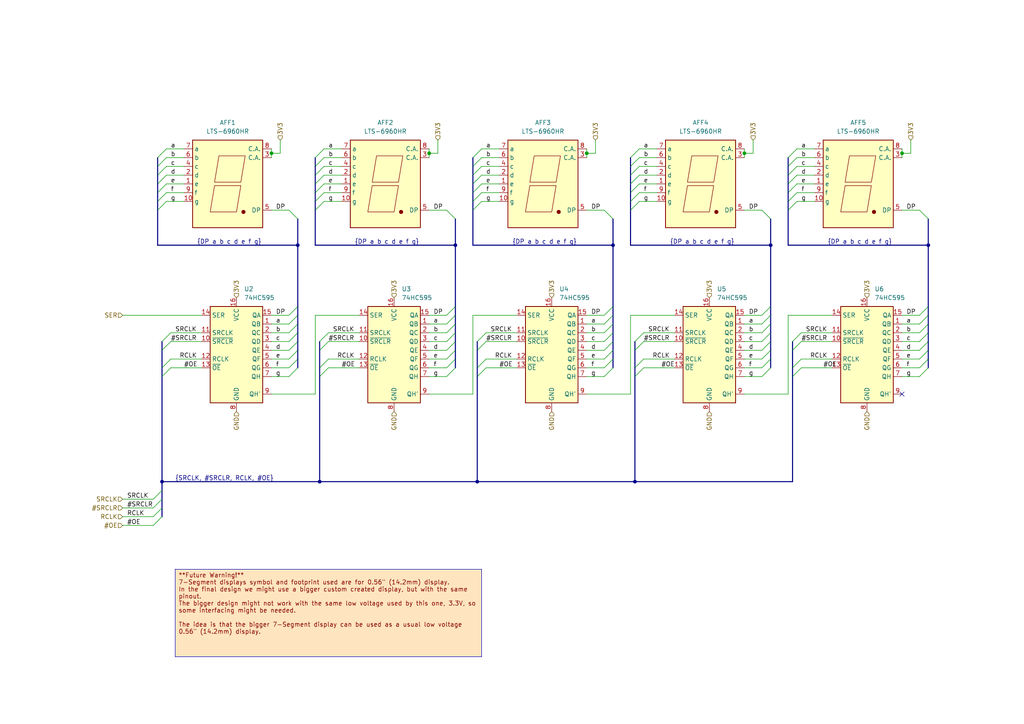
<source format=kicad_sch>
(kicad_sch (version 20231120) (generator "eeschema") (generator_version "8.0")
  (paper "A4")
  (title_block (title "Display") (date "2024-08-01") (rev "1.0") (company "Associació Cultural TGK"))
  (lib_symbols
    (symbol "74xx:74HC595"
      (property "Reference" "U" (at -7.62 13.97 0))
      (property "Value" "74HC595" (at -7.62 -16.51 0))
      (symbol "74HC595_1_0"
        (pin tri_state line (at 10.16 7.62 180) (length 2.54) (name "QB") (number "1"))
        (pin input line (at -10.16 2.54 0) (length 2.54) (name "~{SRCLR}") (number "10"))
        (pin input line (at -10.16 5.08 0) (length 2.54) (name "SRCLK") (number "11"))
        (pin input line (at -10.16 -2.54 0) (length 2.54) (name "RCLK") (number "12"))
        (pin input line (at -10.16 -5.08 0) (length 2.54) (name "~{OE}") (number "13"))
        (pin input line (at -10.16 10.16 0) (length 2.54) (name "SER") (number "14"))
        (pin tri_state line (at 10.16 10.16 180) (length 2.54) (name "QA") (number "15"))
        (pin power_in line (at 0 15.24 270) (length 2.54) (name "VCC") (number "16"))
        (pin tri_state line (at 10.16 5.08 180) (length 2.54) (name "QC") (number "2"))
        (pin tri_state line (at 10.16 2.54 180) (length 2.54) (name "QD") (number "3"))
        (pin tri_state line (at 10.16 0 180) (length 2.54) (name "QE") (number "4"))
        (pin tri_state line (at 10.16 -2.54 180) (length 2.54) (name "QF") (number "5"))
        (pin tri_state line (at 10.16 -5.08 180) (length 2.54) (name "QG") (number "6"))
        (pin tri_state line (at 10.16 -7.62 180) (length 2.54) (name "QH") (number "7"))
        (pin power_in line (at 0 -17.78 90) (length 2.54) (name "GND") (number "8"))
        (pin output line (at 10.16 -12.7 180) (length 2.54) (name "QH'") (number "9"))
      )
      (symbol "74HC595_1_1"
        (rectangle (start -7.62 12.7) (end 7.62 -15.24) (stroke (width 0.254)) (fill (type background)))
      )
    )
    (symbol "Display_Character:LTS-6960HR"
      (property "Reference" "AFF" (at -7.874 13.97 0))
      (property "Value" "LTS-6960HR" (at -2.032 13.97 0))
      (symbol "LTS-6960HR_0_1"
        (rectangle (start -10.16 12.7) (end 10.16 -12.7) (stroke (width 0.254)) (fill (type background)))
        (polyline (pts (xy -3.81 -0.508) (xy 3.81 -0.508) (xy 2.54 -8.128) (xy -5.08 -8.128) (xy -3.81 -0.508) (xy -3.81 -0.508)))
        (polyline (pts (xy -2.54 8.128) (xy 5.08 8.128) (xy 3.81 0.508) (xy -3.81 0.508) (xy -2.54 8.128) (xy -2.54 8.128)))
        (circle (center 4.572 -8.128) (radius 0.508) (fill (type outline)))
      )
      (symbol "LTS-6960HR_1_1"
        (pin passive line (at -12.7 0 0) (length 2.54) (name "e") (number "1"))
        (pin passive line (at -12.7 -5.08 0) (length 2.54) (name "g") (number "10"))
        (pin passive line (at -12.7 2.54 0) (length 2.54) (name "d") (number "2"))
        (pin passive line (at 12.7 7.62 180) (length 2.54) (name "C.A.") (number "3"))
        (pin passive line (at -12.7 5.08 0) (length 2.54) (name "c") (number "4"))
        (pin passive line (at 12.7 -7.62 180) (length 2.54) (name "DP") (number "5"))
        (pin passive line (at -12.7 7.62 0) (length 2.54) (name "b") (number "6"))
        (pin passive line (at -12.7 10.16 0) (length 2.54) (name "a") (number "7"))
        (pin passive line (at 12.7 10.16 180) (length 2.54) (name "C.A.") (number "8"))
        (pin passive line (at -12.7 -2.54 0) (length 2.54) (name "f") (number "9"))
      )
    )
  )
  (junction (at 138.43 139.7))
  (junction (at 86.36 71.12))
  (junction (at 177.8 71.12))
  (junction (at 124.46 44.45))
  (junction (at 132.08 71.12))
  (junction (at 92.71 139.7))
  (junction (at 261.62 44.45))
  (junction (at 184.15 139.7))
  (junction (at 46.99 139.7))
  (junction (at 269.24 71.12))
  (junction (at 170.18 44.45))
  (junction (at 78.74 44.45))
  (junction (at 223.52 71.12))
  (junction (at 215.9 44.45))
  (no_connect (at 261.62 114.3))
  (bus_entry (at 228.6 53.34) (size 2.54 -2.54))
  (bus_entry (at 175.26 106.68) (size 2.54 -2.54))
  (bus_entry (at 229.87 106.68) (size 2.54 -2.54))
  (bus_entry (at 184.15 109.22) (size 2.54 -2.54))
  (bus_entry (at 223.52 63.5) (size -2.54 -2.54))
  (bus_entry (at 92.71 109.22) (size 2.54 -2.54))
  (bus_entry (at 228.6 45.72) (size 2.54 -2.54))
  (bus_entry (at 220.98 104.14) (size 2.54 -2.54))
  (bus_entry (at 184.15 101.6) (size 2.54 -2.54))
  (bus_entry (at 83.82 93.98) (size 2.54 -2.54))
  (bus_entry (at 220.98 109.22) (size 2.54 -2.54))
  (bus_entry (at 175.26 93.98) (size 2.54 -2.54))
  (bus_entry (at 175.26 109.22) (size 2.54 -2.54))
  (bus_entry (at 129.54 93.98) (size 2.54 -2.54))
  (bus_entry (at 132.08 63.5) (size -2.54 -2.54))
  (bus_entry (at 220.98 93.98) (size 2.54 -2.54))
  (bus_entry (at 228.6 48.26) (size 2.54 -2.54))
  (bus_entry (at 83.82 99.06) (size 2.54 -2.54))
  (bus_entry (at 91.44 60.96) (size 2.54 -2.54))
  (bus_entry (at 138.43 109.22) (size 2.54 -2.54))
  (bus_entry (at 137.16 45.72) (size 2.54 -2.54))
  (bus_entry (at 182.88 48.26) (size 2.54 -2.54))
  (bus_entry (at 83.82 101.6) (size 2.54 -2.54))
  (bus_entry (at 182.88 55.88) (size 2.54 -2.54))
  (bus_entry (at 138.43 101.6) (size 2.54 -2.54))
  (bus_entry (at 182.88 45.72) (size 2.54 -2.54))
  (bus_entry (at 137.16 50.8) (size 2.54 -2.54))
  (bus_entry (at 220.98 99.06) (size 2.54 -2.54))
  (bus_entry (at 228.6 55.88) (size 2.54 -2.54))
  (bus_entry (at 138.43 99.06) (size 2.54 -2.54))
  (bus_entry (at 220.98 106.68) (size 2.54 -2.54))
  (bus_entry (at 175.26 99.06) (size 2.54 -2.54))
  (bus_entry (at 182.88 58.42) (size 2.54 -2.54))
  (bus_entry (at 45.72 58.42) (size 2.54 -2.54))
  (bus_entry (at 266.7 93.98) (size 2.54 -2.54))
  (bus_entry (at 266.7 99.06) (size 2.54 -2.54))
  (bus_entry (at 44.45 149.86) (size 2.54 -2.54))
  (bus_entry (at 129.54 104.14) (size 2.54 -2.54))
  (bus_entry (at 266.7 106.68) (size 2.54 -2.54))
  (bus_entry (at 45.72 55.88) (size 2.54 -2.54))
  (bus_entry (at 46.99 106.68) (size 2.54 -2.54))
  (bus_entry (at 44.45 147.32) (size 2.54 -2.54))
  (bus_entry (at 137.16 48.26) (size 2.54 -2.54))
  (bus_entry (at 91.44 48.26) (size 2.54 -2.54))
  (bus_entry (at 269.24 63.5) (size -2.54 -2.54))
  (bus_entry (at 228.6 58.42) (size 2.54 -2.54))
  (bus_entry (at 184.15 106.68) (size 2.54 -2.54))
  (bus_entry (at 83.82 109.22) (size 2.54 -2.54))
  (bus_entry (at 91.44 58.42) (size 2.54 -2.54))
  (bus_entry (at 137.16 55.88) (size 2.54 -2.54))
  (bus_entry (at 137.16 53.34) (size 2.54 -2.54))
  (bus_entry (at 45.72 50.8) (size 2.54 -2.54))
  (bus_entry (at 229.87 101.6) (size 2.54 -2.54))
  (bus_entry (at 44.45 152.4) (size 2.54 -2.54))
  (bus_entry (at 266.7 91.44) (size 2.54 -2.54))
  (bus_entry (at 83.82 106.68) (size 2.54 -2.54))
  (bus_entry (at 45.72 45.72) (size 2.54 -2.54))
  (bus_entry (at 175.26 96.52) (size 2.54 -2.54))
  (bus_entry (at 86.36 63.5) (size -2.54 -2.54))
  (bus_entry (at 83.82 91.44) (size 2.54 -2.54))
  (bus_entry (at 91.44 53.34) (size 2.54 -2.54))
  (bus_entry (at 91.44 55.88) (size 2.54 -2.54))
  (bus_entry (at 182.88 53.34) (size 2.54 -2.54))
  (bus_entry (at 44.45 144.78) (size 2.54 -2.54))
  (bus_entry (at 92.71 99.06) (size 2.54 -2.54))
  (bus_entry (at 229.87 109.22) (size 2.54 -2.54))
  (bus_entry (at 46.99 99.06) (size 2.54 -2.54))
  (bus_entry (at 228.6 50.8) (size 2.54 -2.54))
  (bus_entry (at 220.98 91.44) (size 2.54 -2.54))
  (bus_entry (at 45.72 60.96) (size 2.54 -2.54))
  (bus_entry (at 91.44 50.8) (size 2.54 -2.54))
  (bus_entry (at 91.44 45.72) (size 2.54 -2.54))
  (bus_entry (at 92.71 101.6) (size 2.54 -2.54))
  (bus_entry (at 220.98 101.6) (size 2.54 -2.54))
  (bus_entry (at 184.15 99.06) (size 2.54 -2.54))
  (bus_entry (at 45.72 53.34) (size 2.54 -2.54))
  (bus_entry (at 129.54 106.68) (size 2.54 -2.54))
  (bus_entry (at 175.26 91.44) (size 2.54 -2.54))
  (bus_entry (at 266.7 101.6) (size 2.54 -2.54))
  (bus_entry (at 83.82 96.52) (size 2.54 -2.54))
  (bus_entry (at 229.87 99.06) (size 2.54 -2.54))
  (bus_entry (at 129.54 96.52) (size 2.54 -2.54))
  (bus_entry (at 175.26 104.14) (size 2.54 -2.54))
  (bus_entry (at 228.6 60.96) (size 2.54 -2.54))
  (bus_entry (at 177.8 63.5) (size -2.54 -2.54))
  (bus_entry (at 129.54 91.44) (size 2.54 -2.54))
  (bus_entry (at 266.7 109.22) (size 2.54 -2.54))
  (bus_entry (at 182.88 60.96) (size 2.54 -2.54))
  (bus_entry (at 182.88 50.8) (size 2.54 -2.54))
  (bus_entry (at 46.99 109.22) (size 2.54 -2.54))
  (bus_entry (at 129.54 101.6) (size 2.54 -2.54))
  (bus_entry (at 137.16 58.42) (size 2.54 -2.54))
  (bus_entry (at 266.7 104.14) (size 2.54 -2.54))
  (bus_entry (at 138.43 106.68) (size 2.54 -2.54))
  (bus_entry (at 46.99 101.6) (size 2.54 -2.54))
  (bus_entry (at 220.98 96.52) (size 2.54 -2.54))
  (bus_entry (at 129.54 99.06) (size 2.54 -2.54))
  (bus_entry (at 83.82 104.14) (size 2.54 -2.54))
  (bus_entry (at 45.72 48.26) (size 2.54 -2.54))
  (bus_entry (at 137.16 60.96) (size 2.54 -2.54))
  (bus_entry (at 266.7 96.52) (size 2.54 -2.54))
  (bus_entry (at 129.54 109.22) (size 2.54 -2.54))
  (bus_entry (at 92.71 106.68) (size 2.54 -2.54))
  (bus_entry (at 175.26 101.6) (size 2.54 -2.54))
  (wire (pts (xy 99.06 43.18) (xy 93.98 43.18)))
  (wire (pts (xy 266.7 91.44) (xy 261.62 91.44)))
  (wire (pts (xy 215.9 43.18) (xy 215.9 44.45)))
  (wire (pts (xy 266.7 93.98) (xy 261.62 93.98)))
  (wire (pts (xy 49.53 96.52) (xy 58.42 96.52)))
  (wire (pts (xy 190.5 43.18) (xy 185.42 43.18)))
  (bus (pts (xy 184.15 109.22) (xy 184.15 139.7)))
  (wire (pts (xy 53.34 53.34) (xy 48.26 53.34)))
  (bus (pts (xy 137.16 50.8) (xy 137.16 53.34)))
  (wire (pts (xy 78.74 106.68) (xy 83.82 106.68)))
  (wire (pts (xy 83.82 104.14) (xy 78.74 104.14)))
  (wire (pts (xy 129.54 104.14) (xy 124.46 104.14)))
  (wire (pts (xy 139.7 50.8) (xy 144.78 50.8)))
  (bus (pts (xy 177.8 104.14) (xy 177.8 106.68)))
  (wire (pts (xy 78.74 101.6) (xy 83.82 101.6)))
  (wire (pts (xy 124.46 101.6) (xy 129.54 101.6)))
  (wire (pts (xy 185.42 45.72) (xy 190.5 45.72)))
  (wire (pts (xy 231.14 50.8) (xy 236.22 50.8)))
  (wire (pts (xy 231.14 45.72) (xy 236.22 45.72)))
  (wire (pts (xy 137.16 114.3) (xy 137.16 91.44)))
  (bus (pts (xy 46.99 139.7) (xy 92.71 139.7)))
  (wire (pts (xy 124.46 44.45) (xy 124.46 45.72)))
  (wire (pts (xy 232.41 96.52) (xy 241.3 96.52)))
  (bus (pts (xy 223.52 99.06) (xy 223.52 101.6)))
  (wire (pts (xy 35.56 152.4) (xy 44.45 152.4)))
  (wire (pts (xy 215.9 44.45) (xy 215.9 45.72)))
  (wire (pts (xy 228.6 114.3) (xy 228.6 91.44)))
  (wire (pts (xy 236.22 58.42) (xy 231.14 58.42)))
  (wire (pts (xy 48.26 50.8) (xy 53.34 50.8)))
  (bus (pts (xy 137.16 71.12) (xy 177.8 71.12)))
  (wire (pts (xy 144.78 48.26) (xy 139.7 48.26)))
  (bus (pts (xy 92.71 109.22) (xy 92.71 139.7)))
  (wire (pts (xy 95.25 99.06) (xy 104.14 99.06)))
  (wire (pts (xy 215.9 96.52) (xy 220.98 96.52)))
  (wire (pts (xy 83.82 99.06) (xy 78.74 99.06)))
  (bus (pts (xy 132.08 101.6) (xy 132.08 104.14)))
  (wire (pts (xy 137.16 91.44) (xy 149.86 91.44)))
  (bus (pts (xy 177.8 96.52) (xy 177.8 99.06)))
  (bus (pts (xy 92.71 106.68) (xy 92.71 109.22)))
  (bus (pts (xy 138.43 99.06) (xy 138.43 101.6)))
  (wire (pts (xy 215.9 101.6) (xy 220.98 101.6)))
  (bus (pts (xy 45.72 53.34) (xy 45.72 55.88)))
  (wire (pts (xy 170.18 44.45) (xy 172.72 44.45)))
  (bus (pts (xy 132.08 93.98) (xy 132.08 96.52)))
  (bus (pts (xy 269.24 63.5) (xy 269.24 71.12)))
  (bus (pts (xy 182.88 45.72) (xy 182.88 48.26)))
  (wire (pts (xy 91.44 114.3) (xy 91.44 91.44)))
  (bus (pts (xy 137.16 45.72) (xy 137.16 48.26)))
  (wire (pts (xy 264.16 40.64) (xy 264.16 44.45)))
  (bus (pts (xy 45.72 60.96) (xy 45.72 71.12)))
  (wire (pts (xy 170.18 60.96) (xy 175.26 60.96)))
  (bus (pts (xy 46.99 142.24) (xy 46.99 144.78)))
  (bus (pts (xy 228.6 50.8) (xy 228.6 53.34)))
  (bus (pts (xy 86.36 99.06) (xy 86.36 101.6)))
  (wire (pts (xy 99.06 48.26) (xy 93.98 48.26)))
  (wire (pts (xy 124.46 44.45) (xy 127 44.45)))
  (bus (pts (xy 132.08 99.06) (xy 132.08 101.6)))
  (bus (pts (xy 45.72 45.72) (xy 45.72 48.26)))
  (wire (pts (xy 175.26 104.14) (xy 170.18 104.14)))
  (bus (pts (xy 177.8 63.5) (xy 177.8 71.12)))
  (wire (pts (xy 215.9 60.96) (xy 220.98 60.96)))
  (wire (pts (xy 129.54 99.06) (xy 124.46 99.06)))
  (wire (pts (xy 144.78 53.34) (xy 139.7 53.34)))
  (bus (pts (xy 86.36 91.44) (xy 86.36 93.98)))
  (wire (pts (xy 190.5 53.34) (xy 185.42 53.34)))
  (wire (pts (xy 175.26 93.98) (xy 170.18 93.98)))
  (wire (pts (xy 99.06 58.42) (xy 93.98 58.42)))
  (wire (pts (xy 190.5 58.42) (xy 185.42 58.42)))
  (wire (pts (xy 48.26 45.72) (xy 53.34 45.72)))
  (wire (pts (xy 170.18 43.18) (xy 170.18 44.45)))
  (bus (pts (xy 223.52 101.6) (xy 223.52 104.14)))
  (bus (pts (xy 269.24 101.6) (xy 269.24 104.14)))
  (bus (pts (xy 91.44 50.8) (xy 91.44 53.34)))
  (bus (pts (xy 229.87 99.06) (xy 229.87 101.6)))
  (bus (pts (xy 132.08 63.5) (xy 132.08 71.12)))
  (wire (pts (xy 91.44 91.44) (xy 104.14 91.44)))
  (wire (pts (xy 215.9 44.45) (xy 218.44 44.45)))
  (wire (pts (xy 124.46 43.18) (xy 124.46 44.45)))
  (wire (pts (xy 220.98 109.22) (xy 215.9 109.22)))
  (bus (pts (xy 132.08 104.14) (xy 132.08 106.68)))
  (wire (pts (xy 78.74 44.45) (xy 78.74 45.72)))
  (wire (pts (xy 175.26 99.06) (xy 170.18 99.06)))
  (wire (pts (xy 261.62 60.96) (xy 266.7 60.96)))
  (wire (pts (xy 35.56 91.44) (xy 58.42 91.44)))
  (bus (pts (xy 86.36 88.9) (xy 86.36 91.44)))
  (wire (pts (xy 170.18 114.3) (xy 182.88 114.3)))
  (bus (pts (xy 223.52 88.9) (xy 223.52 91.44)))
  (bus (pts (xy 177.8 101.6) (xy 177.8 104.14)))
  (bus (pts (xy 86.36 101.6) (xy 86.36 104.14)))
  (bus (pts (xy 223.52 91.44) (xy 223.52 93.98)))
  (bus (pts (xy 269.24 91.44) (xy 269.24 93.98)))
  (wire (pts (xy 129.54 91.44) (xy 124.46 91.44)))
  (wire (pts (xy 99.06 53.34) (xy 93.98 53.34)))
  (bus (pts (xy 138.43 109.22) (xy 138.43 139.7)))
  (wire (pts (xy 215.9 106.68) (xy 220.98 106.68)))
  (wire (pts (xy 175.26 91.44) (xy 170.18 91.44)))
  (bus (pts (xy 137.16 48.26) (xy 137.16 50.8)))
  (wire (pts (xy 53.34 58.42) (xy 48.26 58.42)))
  (bus (pts (xy 182.88 48.26) (xy 182.88 50.8)))
  (wire (pts (xy 170.18 106.68) (xy 175.26 106.68)))
  (wire (pts (xy 93.98 45.72) (xy 99.06 45.72)))
  (wire (pts (xy 232.41 104.14) (xy 241.3 104.14)))
  (wire (pts (xy 182.88 114.3) (xy 182.88 91.44)))
  (wire (pts (xy 124.46 96.52) (xy 129.54 96.52)))
  (wire (pts (xy 95.25 96.52) (xy 104.14 96.52)))
  (bus (pts (xy 177.8 93.98) (xy 177.8 96.52)))
  (bus (pts (xy 182.88 60.96) (xy 182.88 71.12)))
  (bus (pts (xy 182.88 58.42) (xy 182.88 60.96)))
  (bus (pts (xy 228.6 53.34) (xy 228.6 55.88)))
  (bus (pts (xy 177.8 71.12) (xy 177.8 88.9)))
  (wire (pts (xy 182.88 91.44) (xy 195.58 91.44)))
  (bus (pts (xy 229.87 109.22) (xy 229.87 139.7)))
  (wire (pts (xy 140.97 106.68) (xy 149.86 106.68)))
  (wire (pts (xy 185.42 55.88) (xy 190.5 55.88)))
  (bus (pts (xy 269.24 93.98) (xy 269.24 96.52)))
  (bus (pts (xy 91.44 45.72) (xy 91.44 48.26)))
  (bus (pts (xy 184.15 106.68) (xy 184.15 109.22)))
  (bus (pts (xy 45.72 58.42) (xy 45.72 60.96)))
  (bus (pts (xy 137.16 60.96) (xy 137.16 71.12)))
  (wire (pts (xy 261.62 43.18) (xy 261.62 44.45)))
  (bus (pts (xy 91.44 53.34) (xy 91.44 55.88)))
  (bus (pts (xy 46.99 147.32) (xy 46.99 149.86)))
  (wire (pts (xy 83.82 91.44) (xy 78.74 91.44)))
  (wire (pts (xy 170.18 96.52) (xy 175.26 96.52)))
  (wire (pts (xy 140.97 104.14) (xy 149.86 104.14)))
  (wire (pts (xy 49.53 99.06) (xy 58.42 99.06)))
  (bus (pts (xy 182.88 50.8) (xy 182.88 53.34)))
  (bus (pts (xy 228.6 45.72) (xy 228.6 48.26)))
  (wire (pts (xy 78.74 114.3) (xy 91.44 114.3)))
  (bus (pts (xy 228.6 55.88) (xy 228.6 58.42)))
  (bus (pts (xy 269.24 99.06) (xy 269.24 101.6)))
  (wire (pts (xy 190.5 48.26) (xy 185.42 48.26)))
  (wire (pts (xy 186.69 106.68) (xy 195.58 106.68)))
  (bus (pts (xy 45.72 55.88) (xy 45.72 58.42)))
  (wire (pts (xy 127 40.64) (xy 127 44.45)))
  (wire (pts (xy 140.97 96.52) (xy 149.86 96.52)))
  (wire (pts (xy 220.98 104.14) (xy 215.9 104.14)))
  (bus (pts (xy 182.88 71.12) (xy 223.52 71.12)))
  (bus (pts (xy 91.44 58.42) (xy 91.44 60.96)))
  (wire (pts (xy 49.53 106.68) (xy 58.42 106.68)))
  (wire (pts (xy 236.22 48.26) (xy 231.14 48.26)))
  (bus (pts (xy 91.44 48.26) (xy 91.44 50.8)))
  (wire (pts (xy 185.42 50.8) (xy 190.5 50.8)))
  (bus (pts (xy 46.99 99.06) (xy 46.99 101.6)))
  (bus (pts (xy 137.16 55.88) (xy 137.16 58.42)))
  (bus (pts (xy 228.6 60.96) (xy 228.6 71.12)))
  (bus (pts (xy 45.72 71.12) (xy 86.36 71.12)))
  (bus (pts (xy 86.36 93.98) (xy 86.36 96.52)))
  (bus (pts (xy 92.71 101.6) (xy 92.71 106.68)))
  (bus (pts (xy 86.36 63.5) (xy 86.36 71.12)))
  (wire (pts (xy 266.7 109.22) (xy 261.62 109.22)))
  (bus (pts (xy 91.44 55.88) (xy 91.44 58.42)))
  (wire (pts (xy 228.6 91.44) (xy 241.3 91.44)))
  (bus (pts (xy 228.6 58.42) (xy 228.6 60.96)))
  (bus (pts (xy 92.71 139.7) (xy 138.43 139.7)))
  (wire (pts (xy 81.28 40.64) (xy 81.28 44.45)))
  (wire (pts (xy 266.7 104.14) (xy 261.62 104.14)))
  (wire (pts (xy 93.98 55.88) (xy 99.06 55.88)))
  (wire (pts (xy 266.7 99.06) (xy 261.62 99.06)))
  (wire (pts (xy 261.62 106.68) (xy 266.7 106.68)))
  (bus (pts (xy 184.15 101.6) (xy 184.15 106.68)))
  (wire (pts (xy 78.74 60.96) (xy 83.82 60.96)))
  (wire (pts (xy 53.34 43.18) (xy 48.26 43.18)))
  (bus (pts (xy 269.24 88.9) (xy 269.24 91.44)))
  (wire (pts (xy 170.18 44.45) (xy 170.18 45.72)))
  (bus (pts (xy 138.43 139.7) (xy 184.15 139.7)))
  (wire (pts (xy 231.14 55.88) (xy 236.22 55.88)))
  (wire (pts (xy 83.82 109.22) (xy 78.74 109.22)))
  (wire (pts (xy 232.41 99.06) (xy 241.3 99.06)))
  (wire (pts (xy 139.7 55.88) (xy 144.78 55.88)))
  (bus (pts (xy 223.52 96.52) (xy 223.52 99.06)))
  (wire (pts (xy 35.56 149.86) (xy 44.45 149.86)))
  (bus (pts (xy 229.87 101.6) (xy 229.87 106.68)))
  (bus (pts (xy 132.08 71.12) (xy 132.08 88.9)))
  (bus (pts (xy 46.99 144.78) (xy 46.99 147.32)))
  (bus (pts (xy 269.24 71.12) (xy 269.24 88.9)))
  (wire (pts (xy 220.98 93.98) (xy 215.9 93.98)))
  (wire (pts (xy 144.78 58.42) (xy 139.7 58.42)))
  (bus (pts (xy 177.8 99.06) (xy 177.8 101.6)))
  (bus (pts (xy 223.52 63.5) (xy 223.52 71.12)))
  (wire (pts (xy 78.74 96.52) (xy 83.82 96.52)))
  (bus (pts (xy 86.36 96.52) (xy 86.36 99.06)))
  (bus (pts (xy 45.72 48.26) (xy 45.72 50.8)))
  (bus (pts (xy 86.36 104.14) (xy 86.36 106.68)))
  (wire (pts (xy 78.74 44.45) (xy 81.28 44.45)))
  (bus (pts (xy 223.52 71.12) (xy 223.52 88.9)))
  (wire (pts (xy 129.54 93.98) (xy 124.46 93.98)))
  (bus (pts (xy 137.16 58.42) (xy 137.16 60.96)))
  (bus (pts (xy 223.52 93.98) (xy 223.52 96.52)))
  (wire (pts (xy 232.41 106.68) (xy 241.3 106.68)))
  (wire (pts (xy 140.97 99.06) (xy 149.86 99.06)))
  (wire (pts (xy 186.69 104.14) (xy 195.58 104.14)))
  (wire (pts (xy 83.82 93.98) (xy 78.74 93.98)))
  (wire (pts (xy 49.53 104.14) (xy 58.42 104.14)))
  (bus (pts (xy 46.99 139.7) (xy 46.99 142.24)))
  (bus (pts (xy 228.6 71.12) (xy 269.24 71.12)))
  (bus (pts (xy 269.24 104.14) (xy 269.24 106.68)))
  (bus (pts (xy 46.99 101.6) (xy 46.99 106.68)))
  (wire (pts (xy 172.72 40.64) (xy 172.72 44.45)))
  (wire (pts (xy 53.34 48.26) (xy 48.26 48.26)))
  (wire (pts (xy 261.62 101.6) (xy 266.7 101.6)))
  (bus (pts (xy 86.36 71.12) (xy 86.36 88.9)))
  (bus (pts (xy 184.15 99.06) (xy 184.15 101.6)))
  (wire (pts (xy 218.44 40.64) (xy 218.44 44.45)))
  (wire (pts (xy 175.26 109.22) (xy 170.18 109.22)))
  (bus (pts (xy 177.8 88.9) (xy 177.8 91.44)))
  (wire (pts (xy 78.74 43.18) (xy 78.74 44.45)))
  (wire (pts (xy 35.56 147.32) (xy 44.45 147.32)))
  (bus (pts (xy 228.6 48.26) (xy 228.6 50.8)))
  (bus (pts (xy 91.44 71.12) (xy 132.08 71.12)))
  (wire (pts (xy 220.98 91.44) (xy 215.9 91.44)))
  (wire (pts (xy 124.46 106.68) (xy 129.54 106.68)))
  (wire (pts (xy 170.18 101.6) (xy 175.26 101.6)))
  (bus (pts (xy 46.99 106.68) (xy 46.99 109.22)))
  (wire (pts (xy 35.56 144.78) (xy 44.45 144.78)))
  (wire (pts (xy 95.25 104.14) (xy 104.14 104.14)))
  (bus (pts (xy 229.87 106.68) (xy 229.87 109.22)))
  (bus (pts (xy 182.88 55.88) (xy 182.88 58.42)))
  (bus (pts (xy 269.24 96.52) (xy 269.24 99.06)))
  (bus (pts (xy 184.15 139.7) (xy 229.87 139.7)))
  (wire (pts (xy 48.26 55.88) (xy 53.34 55.88)))
  (wire (pts (xy 139.7 45.72) (xy 144.78 45.72)))
  (wire (pts (xy 261.62 96.52) (xy 266.7 96.52)))
  (wire (pts (xy 95.25 106.68) (xy 104.14 106.68)))
  (bus (pts (xy 91.44 60.96) (xy 91.44 71.12)))
  (bus (pts (xy 182.88 53.34) (xy 182.88 55.88)))
  (wire (pts (xy 93.98 50.8) (xy 99.06 50.8)))
  (bus (pts (xy 92.71 99.06) (xy 92.71 101.6)))
  (bus (pts (xy 177.8 91.44) (xy 177.8 93.98)))
  (bus (pts (xy 132.08 96.52) (xy 132.08 99.06)))
  (wire (pts (xy 215.9 114.3) (xy 228.6 114.3)))
  (wire (pts (xy 144.78 43.18) (xy 139.7 43.18)))
  (wire (pts (xy 124.46 114.3) (xy 137.16 114.3)))
  (wire (pts (xy 236.22 53.34) (xy 231.14 53.34)))
  (bus (pts (xy 132.08 88.9) (xy 132.08 91.44)))
  (bus (pts (xy 138.43 101.6) (xy 138.43 106.68)))
  (wire (pts (xy 186.69 96.52) (xy 195.58 96.52)))
  (wire (pts (xy 186.69 99.06) (xy 195.58 99.06)))
  (bus (pts (xy 223.52 104.14) (xy 223.52 106.68)))
  (bus (pts (xy 137.16 53.34) (xy 137.16 55.88)))
  (wire (pts (xy 236.22 43.18) (xy 231.14 43.18)))
  (bus (pts (xy 138.43 106.68) (xy 138.43 109.22)))
  (wire (pts (xy 261.62 44.45) (xy 261.62 45.72)))
  (wire (pts (xy 124.46 60.96) (xy 129.54 60.96)))
  (wire (pts (xy 220.98 99.06) (xy 215.9 99.06)))
  (wire (pts (xy 261.62 44.45) (xy 264.16 44.45)))
  (bus (pts (xy 46.99 109.22) (xy 46.99 139.7)))
  (wire (pts (xy 129.54 109.22) (xy 124.46 109.22)))
  (bus (pts (xy 132.08 91.44) (xy 132.08 93.98)))
  (bus (pts (xy 45.72 50.8) (xy 45.72 53.34)))
  (text_box "**Future Warning!**\n7-Segment displays symbol and footprint used are for 0.56\" (14.2mm) display.\nIn the final design we might use a bigger custom created display, but with the same pinout.\nThe bigger design might not work with the same low voltage used by this one, 3.3V, so some interfacing might be needed.\n\nThe idea is that the bigger 7-Segment display can be used as a usual low voltage 0.56\" (14.2mm) display." (at 50.8 165.1 0) (size 88.9 25.4) (fill (type color) (color 255 229 191 1)) (effects (font (size 1.27 1.27)) (justify left top)))
  (label "a" (at 262.89 93.98 0))
  (label "#SRCLR" (at 140.97 99.06 0))
  (label "g" (at 262.89 109.22 0))
  (label "b" (at 125.73 96.52 0))
  (label "DP" (at 80.01 60.96 0))
  (label "g" (at 95.25 58.42 0))
  (label "DP" (at 171.45 91.44 0))
  (label "#SRCLR" (at 95.25 99.06 0))
  (label "{DP a b c d e f g}" (at 194.31 71.12 0))
  (label "f" (at 80.01 106.68 0))
  (label "c" (at 262.89 99.06 0))
  (label "f" (at 49.53 55.88 0))
  (label "g" (at 232.41 58.42 0))
  (label "b" (at 217.17 96.52 0))
  (label "c" (at 217.17 99.06 0))
  (label "g" (at 140.97 58.42 0))
  (label "a" (at 125.73 93.98 0))
  (label "a" (at 80.01 93.98 0))
  (label "e" (at 262.89 104.14 0))
  (label "SRCLK" (at 233.68 96.52 0))
  (label "g" (at 186.69 58.42 0))
  (label "b" (at 80.01 96.52 0))
  (label "e" (at 171.45 104.14 0))
  (label "g" (at 49.53 58.42 0))
  (label "#SRCLR" (at 36.83 147.32 0))
  (label "SRCLK" (at 142.24 96.52 0))
  (label "e" (at 217.17 104.14 0))
  (label "b" (at 186.69 45.72 0))
  (label "b" (at 49.53 45.72 0))
  (label "f" (at 262.89 106.68 0))
  (label "d" (at 262.89 101.6 0))
  (label "{DP a b c d e f g}" (at 57.15 71.12 0))
  (label "f" (at 140.97 55.88 0))
  (label "a" (at 171.45 93.98 0))
  (label "DP" (at 125.73 60.96 0))
  (label "g" (at 171.45 109.22 0))
  (label "b" (at 95.25 45.72 0))
  (label "SRCLK" (at 36.83 144.78 0))
  (label "RCLK" (at 234.95 104.14 0))
  (label "f" (at 125.73 106.68 0))
  (label "d" (at 95.25 50.8 0))
  (label "e" (at 232.41 53.34 0))
  (label "c" (at 232.41 48.26 0))
  (label "DP" (at 217.17 91.44 0))
  (label "d" (at 217.17 101.6 0))
  (label "c" (at 95.25 48.26 0))
  (label "SRCLK" (at 96.52 96.52 0))
  (label "#SRCLR" (at 232.41 99.06 0))
  (label "#OE" (at 144.78 106.68 0))
  (label "RCLK" (at 36.83 149.86 0))
  (label "{DP a b c d e f g}" (at 240.03 71.12 0))
  (label "#SRCLR" (at 49.53 99.06 0))
  (label "#OE" (at 99.06 106.68 0))
  (label "d" (at 80.01 101.6 0))
  (label "g" (at 80.01 109.22 0))
  (label "a" (at 232.41 43.18 0))
  (label "DP" (at 217.17 60.96 0))
  (label "b" (at 262.89 96.52 0))
  (label "RCLK" (at 52.07 104.14 0))
  (label "e" (at 80.01 104.14 0))
  (label "#OE" (at 53.34 106.68 0))
  (label "{SRCLK, #SRCLR, RCLK, #OE}" (at 50.8 139.7 0))
  (label "RCLK" (at 97.79 104.14 0))
  (label "d" (at 49.53 50.8 0))
  (label "a" (at 140.97 43.18 0))
  (label "{DP a b c d e f g}" (at 148.59 71.12 0))
  (label "g" (at 125.73 109.22 0))
  (label "d" (at 125.73 101.6 0))
  (label "f" (at 232.41 55.88 0))
  (label "#OE" (at 191.77 106.68 0))
  (label "e" (at 140.97 53.34 0))
  (label "DP" (at 171.45 60.96 0))
  (label "DP" (at 80.01 91.44 0))
  (label "c" (at 80.01 99.06 0))
  (label "a" (at 49.53 43.18 0))
  (label "e" (at 125.73 104.14 0))
  (label "e" (at 49.53 53.34 0))
  (label "f" (at 171.45 106.68 0))
  (label "SRCLK" (at 50.8 96.52 0))
  (label "#SRCLR" (at 186.69 99.06 0))
  (label "a" (at 186.69 43.18 0))
  (label "e" (at 95.25 53.34 0))
  (label "c" (at 186.69 48.26 0))
  (label "#OE" (at 238.76 106.68 0))
  (label "f" (at 95.25 55.88 0))
  (label "b" (at 140.97 45.72 0))
  (label "a" (at 95.25 43.18 0))
  (label "DP" (at 125.73 91.44 0))
  (label "d" (at 140.97 50.8 0))
  (label "d" (at 232.41 50.8 0))
  (label "a" (at 217.17 93.98 0))
  (label "RCLK" (at 189.23 104.14 0))
  (label "b" (at 171.45 96.52 0))
  (label "g" (at 217.17 109.22 0))
  (label "{DP a b c d e f g}" (at 102.87 71.12 0))
  (label "f" (at 186.69 55.88 0))
  (label "DP" (at 262.89 60.96 0))
  (label "c" (at 171.45 99.06 0))
  (label "d" (at 171.45 101.6 0))
  (label "c" (at 125.73 99.06 0))
  (label "#OE" (at 36.83 152.4 0))
  (label "c" (at 140.97 48.26 0))
  (label "RCLK" (at 143.51 104.14 0))
  (label "b" (at 232.41 45.72 0))
  (label "e" (at 186.69 53.34 0))
  (label "c" (at 49.53 48.26 0))
  (label "f" (at 217.17 106.68 0))
  (label "SRCLK" (at 187.96 96.52 0))
  (label "d" (at 186.69 50.8 0))
  (label "DP" (at 262.89 91.44 0))
  (hierarchical_label "3V3" (shape input) (at 218.44 40.64 90))
  (hierarchical_label "3V3" (shape input) (at 160.02 86.36 90))
  (hierarchical_label "3V3" (shape input) (at 81.28 40.64 90))
  (hierarchical_label "RCLK" (shape input) (at 35.56 149.86 180))
  (hierarchical_label "3V3" (shape input) (at 264.16 40.64 90))
  (hierarchical_label "GND" (shape input) (at 160.02 119.38 270))
  (hierarchical_label "3V3" (shape input) (at 205.74 86.36 90))
  (hierarchical_label "3V3" (shape input) (at 68.58 86.36 90))
  (hierarchical_label "GND" (shape input) (at 114.3 119.38 270))
  (hierarchical_label "3V3" (shape input) (at 251.46 86.36 90))
  (hierarchical_label "3V3" (shape input) (at 127 40.64 90))
  (hierarchical_label "GND" (shape input) (at 205.74 119.38 270))
  (hierarchical_label "#OE" (shape input) (at 35.56 152.4 180))
  (hierarchical_label "SRCLK" (shape input) (at 35.56 144.78 180))
  (hierarchical_label "#SRCLR" (shape input) (at 35.56 147.32 180))
  (hierarchical_label "3V3" (shape input) (at 114.3 86.36 90))
  (hierarchical_label "SER" (shape input) (at 35.56 91.44 180))
  (hierarchical_label "GND" (shape input) (at 68.58 119.38 270))
  (hierarchical_label "3V3" (shape input) (at 172.72 40.64 90))
  (hierarchical_label "GND" (shape input) (at 251.46 119.38 270))
  (symbol (lib_id "74xx:74HC595") (at 251.46 101.6 0) (unit 1)
    (property "Reference" "U6" (at 253.6541 83.82 0) (effects (justify left)))
    (property "Value" "74HC595" (at 253.6541 86.36 0) (effects (justify left)))
    (property "Datasheet" "http://www.ti.com/lit/ds/symlink/sn74hc595.pdf" (effects (hide yes)))
    (property "Description" "8-bit serial in/out Shift Register 3-State Outputs" (effects (hide yes)))
  )
  (symbol (lib_id "74xx:74HC595") (at 114.3 101.6 0) (unit 1)
    (property "Reference" "U3" (at 116.4941 83.82 0) (effects (justify left)))
    (property "Value" "74HC595" (at 116.4941 86.36 0) (effects (justify left)))
    (property "Datasheet" "http://www.ti.com/lit/ds/symlink/sn74hc595.pdf" (effects (hide yes)))
    (property "Description" "8-bit serial in/out Shift Register 3-State Outputs" (effects (hide yes)))
  )
  (symbol (lib_id "Display_Character:LTS-6960HR") (at 111.76 53.34 0) (unit 1)
    (property "Reference" "AFF2" (at 111.76 35.56 0))
    (property "Value" "LTS-6960HR" (at 111.76 38.1 0))
    (property "Footprint" "Display_7Segment:7SegmentLED_LTS6760_LTS6780" (effects (hide yes)))
    (property "Datasheet" "https://datasheet.octopart.com/LTS-6960HR-Lite-On-datasheet-11803242.pdf" (effects (hide yes)))
    (property "Description" "DISPLAY 7 SEGMENTS common A." (effects (hide yes)))
  )
  (symbol (lib_id "74xx:74HC595") (at 68.58 101.6 0) (unit 1)
    (property "Reference" "U2" (at 70.7741 83.82 0) (effects (justify left)))
    (property "Value" "74HC595" (at 70.7741 86.36 0) (effects (justify left)))
    (property "Datasheet" "http://www.ti.com/lit/ds/symlink/sn74hc595.pdf" (effects (hide yes)))
    (property "Description" "8-bit serial in/out Shift Register 3-State Outputs" (effects (hide yes)))
  )
  (symbol (lib_id "Display_Character:LTS-6960HR") (at 248.92 53.34 0) (unit 1)
    (property "Reference" "AFF5" (at 248.92 35.56 0))
    (property "Value" "LTS-6960HR" (at 248.92 38.1 0))
    (property "Footprint" "Display_7Segment:7SegmentLED_LTS6760_LTS6780" (effects (hide yes)))
    (property "Datasheet" "https://datasheet.octopart.com/LTS-6960HR-Lite-On-datasheet-11803242.pdf" (effects (hide yes)))
    (property "Description" "DISPLAY 7 SEGMENTS common A." (effects (hide yes)))
  )
  (symbol (lib_id "74xx:74HC595") (at 205.74 101.6 0) (unit 1)
    (property "Reference" "U5" (at 207.9341 83.82 0) (effects (justify left)))
    (property "Value" "74HC595" (at 207.9341 86.36 0) (effects (justify left)))
    (property "Datasheet" "http://www.ti.com/lit/ds/symlink/sn74hc595.pdf" (effects (hide yes)))
    (property "Description" "8-bit serial in/out Shift Register 3-State Outputs" (effects (hide yes)))
  )
  (symbol (lib_id "Display_Character:LTS-6960HR") (at 66.04 53.34 0) (unit 1)
    (property "Reference" "AFF1" (at 66.04 35.56 0))
    (property "Value" "LTS-6960HR" (at 66.04 38.1 0))
    (property "Footprint" "Display_7Segment:7SegmentLED_LTS6760_LTS6780" (effects (hide yes)))
    (property "Datasheet" "https://datasheet.octopart.com/LTS-6960HR-Lite-On-datasheet-11803242.pdf" (effects (hide yes)))
    (property "Description" "DISPLAY 7 SEGMENTS common A." (effects (hide yes)))
  )
  (symbol (lib_id "74xx:74HC595") (at 160.02 101.6 0) (unit 1)
    (property "Reference" "U4" (at 162.2141 83.82 0) (effects (justify left)))
    (property "Value" "74HC595" (at 162.2141 86.36 0) (effects (justify left)))
    (property "Datasheet" "http://www.ti.com/lit/ds/symlink/sn74hc595.pdf" (effects (hide yes)))
    (property "Description" "8-bit serial in/out Shift Register 3-State Outputs" (effects (hide yes)))
  )
  (symbol (lib_id "Display_Character:LTS-6960HR") (at 203.2 53.34 0) (unit 1)
    (property "Reference" "AFF4" (at 203.2 35.56 0))
    (property "Value" "LTS-6960HR" (at 203.2 38.1 0))
    (property "Footprint" "Display_7Segment:7SegmentLED_LTS6760_LTS6780" (effects (hide yes)))
    (property "Datasheet" "https://datasheet.octopart.com/LTS-6960HR-Lite-On-datasheet-11803242.pdf" (effects (hide yes)))
    (property "Description" "DISPLAY 7 SEGMENTS common A." (effects (hide yes)))
  )
  (symbol (lib_id "Display_Character:LTS-6960HR") (at 157.48 53.34 0) (unit 1)
    (property "Reference" "AFF3" (at 157.48 35.56 0))
    (property "Value" "LTS-6960HR" (at 157.48 38.1 0))
    (property "Footprint" "Display_7Segment:7SegmentLED_LTS6760_LTS6780" (effects (hide yes)))
    (property "Datasheet" "https://datasheet.octopart.com/LTS-6960HR-Lite-On-datasheet-11803242.pdf" (effects (hide yes)))
    (property "Description" "DISPLAY 7 SEGMENTS common A." (effects (hide yes)))
  )
)
</source>
